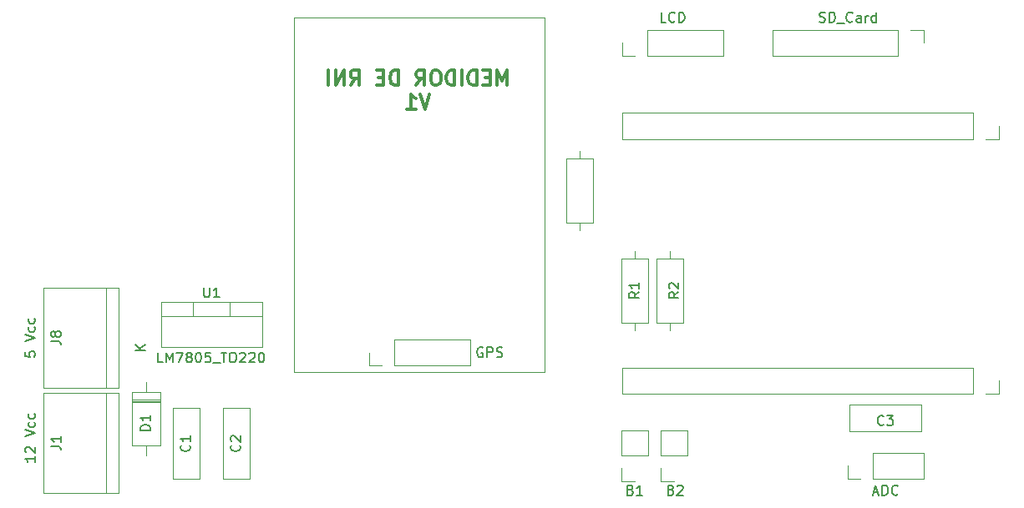
<source format=gbr>
%TF.GenerationSoftware,KiCad,Pcbnew,(6.0.5)*%
%TF.CreationDate,2024-06-19T12:06:20-03:00*%
%TF.ProjectId,PLACA_RNI_V1,504c4143-415f-4524-9e49-5f56312e6b69,rev?*%
%TF.SameCoordinates,Original*%
%TF.FileFunction,Legend,Top*%
%TF.FilePolarity,Positive*%
%FSLAX46Y46*%
G04 Gerber Fmt 4.6, Leading zero omitted, Abs format (unit mm)*
G04 Created by KiCad (PCBNEW (6.0.5)) date 2024-06-19 12:06:20*
%MOMM*%
%LPD*%
G01*
G04 APERTURE LIST*
%ADD10C,0.100000*%
%ADD11C,0.300000*%
%ADD12C,0.150000*%
%ADD13C,0.120000*%
G04 APERTURE END LIST*
D10*
X183900000Y-136325000D02*
X158500000Y-136325000D01*
X183900000Y-100325000D02*
X183900000Y-136325000D01*
X158500000Y-100325000D02*
X158500000Y-136325000D01*
X183900000Y-100325000D02*
X158500000Y-100325000D01*
D11*
X180045714Y-107171071D02*
X180045714Y-105671071D01*
X179545714Y-106742500D01*
X179045714Y-105671071D01*
X179045714Y-107171071D01*
X178331428Y-106385357D02*
X177831428Y-106385357D01*
X177617142Y-107171071D02*
X178331428Y-107171071D01*
X178331428Y-105671071D01*
X177617142Y-105671071D01*
X176974285Y-107171071D02*
X176974285Y-105671071D01*
X176617142Y-105671071D01*
X176402857Y-105742500D01*
X176260000Y-105885357D01*
X176188571Y-106028214D01*
X176117142Y-106313928D01*
X176117142Y-106528214D01*
X176188571Y-106813928D01*
X176260000Y-106956785D01*
X176402857Y-107099642D01*
X176617142Y-107171071D01*
X176974285Y-107171071D01*
X175474285Y-107171071D02*
X175474285Y-105671071D01*
X174760000Y-107171071D02*
X174760000Y-105671071D01*
X174402857Y-105671071D01*
X174188571Y-105742500D01*
X174045714Y-105885357D01*
X173974285Y-106028214D01*
X173902857Y-106313928D01*
X173902857Y-106528214D01*
X173974285Y-106813928D01*
X174045714Y-106956785D01*
X174188571Y-107099642D01*
X174402857Y-107171071D01*
X174760000Y-107171071D01*
X172974285Y-105671071D02*
X172688571Y-105671071D01*
X172545714Y-105742500D01*
X172402857Y-105885357D01*
X172331428Y-106171071D01*
X172331428Y-106671071D01*
X172402857Y-106956785D01*
X172545714Y-107099642D01*
X172688571Y-107171071D01*
X172974285Y-107171071D01*
X173117142Y-107099642D01*
X173260000Y-106956785D01*
X173331428Y-106671071D01*
X173331428Y-106171071D01*
X173260000Y-105885357D01*
X173117142Y-105742500D01*
X172974285Y-105671071D01*
X170831428Y-107171071D02*
X171331428Y-106456785D01*
X171688571Y-107171071D02*
X171688571Y-105671071D01*
X171117142Y-105671071D01*
X170974285Y-105742500D01*
X170902857Y-105813928D01*
X170831428Y-105956785D01*
X170831428Y-106171071D01*
X170902857Y-106313928D01*
X170974285Y-106385357D01*
X171117142Y-106456785D01*
X171688571Y-106456785D01*
X169045714Y-107171071D02*
X169045714Y-105671071D01*
X168688571Y-105671071D01*
X168474285Y-105742500D01*
X168331428Y-105885357D01*
X168260000Y-106028214D01*
X168188571Y-106313928D01*
X168188571Y-106528214D01*
X168260000Y-106813928D01*
X168331428Y-106956785D01*
X168474285Y-107099642D01*
X168688571Y-107171071D01*
X169045714Y-107171071D01*
X167545714Y-106385357D02*
X167045714Y-106385357D01*
X166831428Y-107171071D02*
X167545714Y-107171071D01*
X167545714Y-105671071D01*
X166831428Y-105671071D01*
X164188571Y-107171071D02*
X164688571Y-106456785D01*
X165045714Y-107171071D02*
X165045714Y-105671071D01*
X164474285Y-105671071D01*
X164331428Y-105742500D01*
X164260000Y-105813928D01*
X164188571Y-105956785D01*
X164188571Y-106171071D01*
X164260000Y-106313928D01*
X164331428Y-106385357D01*
X164474285Y-106456785D01*
X165045714Y-106456785D01*
X163545714Y-107171071D02*
X163545714Y-105671071D01*
X162688571Y-107171071D01*
X162688571Y-105671071D01*
X161974285Y-107171071D02*
X161974285Y-105671071D01*
X172224285Y-108086071D02*
X171724285Y-109586071D01*
X171224285Y-108086071D01*
X169938571Y-109586071D02*
X170795714Y-109586071D01*
X170367142Y-109586071D02*
X170367142Y-108086071D01*
X170510000Y-108300357D01*
X170652857Y-108443214D01*
X170795714Y-108514642D01*
D12*
%TO.C,J3*%
X177593714Y-133825000D02*
X177498476Y-133777380D01*
X177355619Y-133777380D01*
X177212761Y-133825000D01*
X177117523Y-133920238D01*
X177069904Y-134015476D01*
X177022285Y-134205952D01*
X177022285Y-134348809D01*
X177069904Y-134539285D01*
X177117523Y-134634523D01*
X177212761Y-134729761D01*
X177355619Y-134777380D01*
X177450857Y-134777380D01*
X177593714Y-134729761D01*
X177641333Y-134682142D01*
X177641333Y-134348809D01*
X177450857Y-134348809D01*
X178069904Y-134777380D02*
X178069904Y-133777380D01*
X178450857Y-133777380D01*
X178546095Y-133825000D01*
X178593714Y-133872619D01*
X178641333Y-133967857D01*
X178641333Y-134110714D01*
X178593714Y-134205952D01*
X178546095Y-134253571D01*
X178450857Y-134301190D01*
X178069904Y-134301190D01*
X179022285Y-134729761D02*
X179165142Y-134777380D01*
X179403238Y-134777380D01*
X179498476Y-134729761D01*
X179546095Y-134682142D01*
X179593714Y-134586904D01*
X179593714Y-134491666D01*
X179546095Y-134396428D01*
X179498476Y-134348809D01*
X179403238Y-134301190D01*
X179212761Y-134253571D01*
X179117523Y-134205952D01*
X179069904Y-134158333D01*
X179022285Y-134063095D01*
X179022285Y-133967857D01*
X179069904Y-133872619D01*
X179117523Y-133825000D01*
X179212761Y-133777380D01*
X179450857Y-133777380D01*
X179593714Y-133825000D01*
%TO.C,U1*%
X149336095Y-127700380D02*
X149336095Y-128509904D01*
X149383714Y-128605142D01*
X149431333Y-128652761D01*
X149526571Y-128700380D01*
X149717047Y-128700380D01*
X149812285Y-128652761D01*
X149859904Y-128605142D01*
X149907523Y-128509904D01*
X149907523Y-127700380D01*
X150907523Y-128700380D02*
X150336095Y-128700380D01*
X150621809Y-128700380D02*
X150621809Y-127700380D01*
X150526571Y-127843238D01*
X150431333Y-127938476D01*
X150336095Y-127986095D01*
X145171047Y-135304380D02*
X144694857Y-135304380D01*
X144694857Y-134304380D01*
X145504380Y-135304380D02*
X145504380Y-134304380D01*
X145837714Y-135018666D01*
X146171047Y-134304380D01*
X146171047Y-135304380D01*
X146552000Y-134304380D02*
X147218666Y-134304380D01*
X146790095Y-135304380D01*
X147742476Y-134732952D02*
X147647238Y-134685333D01*
X147599619Y-134637714D01*
X147552000Y-134542476D01*
X147552000Y-134494857D01*
X147599619Y-134399619D01*
X147647238Y-134352000D01*
X147742476Y-134304380D01*
X147932952Y-134304380D01*
X148028190Y-134352000D01*
X148075809Y-134399619D01*
X148123428Y-134494857D01*
X148123428Y-134542476D01*
X148075809Y-134637714D01*
X148028190Y-134685333D01*
X147932952Y-134732952D01*
X147742476Y-134732952D01*
X147647238Y-134780571D01*
X147599619Y-134828190D01*
X147552000Y-134923428D01*
X147552000Y-135113904D01*
X147599619Y-135209142D01*
X147647238Y-135256761D01*
X147742476Y-135304380D01*
X147932952Y-135304380D01*
X148028190Y-135256761D01*
X148075809Y-135209142D01*
X148123428Y-135113904D01*
X148123428Y-134923428D01*
X148075809Y-134828190D01*
X148028190Y-134780571D01*
X147932952Y-134732952D01*
X148742476Y-134304380D02*
X148837714Y-134304380D01*
X148932952Y-134352000D01*
X148980571Y-134399619D01*
X149028190Y-134494857D01*
X149075809Y-134685333D01*
X149075809Y-134923428D01*
X149028190Y-135113904D01*
X148980571Y-135209142D01*
X148932952Y-135256761D01*
X148837714Y-135304380D01*
X148742476Y-135304380D01*
X148647238Y-135256761D01*
X148599619Y-135209142D01*
X148552000Y-135113904D01*
X148504380Y-134923428D01*
X148504380Y-134685333D01*
X148552000Y-134494857D01*
X148599619Y-134399619D01*
X148647238Y-134352000D01*
X148742476Y-134304380D01*
X149980571Y-134304380D02*
X149504380Y-134304380D01*
X149456761Y-134780571D01*
X149504380Y-134732952D01*
X149599619Y-134685333D01*
X149837714Y-134685333D01*
X149932952Y-134732952D01*
X149980571Y-134780571D01*
X150028190Y-134875809D01*
X150028190Y-135113904D01*
X149980571Y-135209142D01*
X149932952Y-135256761D01*
X149837714Y-135304380D01*
X149599619Y-135304380D01*
X149504380Y-135256761D01*
X149456761Y-135209142D01*
X150218666Y-135399619D02*
X150980571Y-135399619D01*
X151075809Y-134304380D02*
X151647238Y-134304380D01*
X151361523Y-135304380D02*
X151361523Y-134304380D01*
X152171047Y-134304380D02*
X152361523Y-134304380D01*
X152456761Y-134352000D01*
X152552000Y-134447238D01*
X152599619Y-134637714D01*
X152599619Y-134971047D01*
X152552000Y-135161523D01*
X152456761Y-135256761D01*
X152361523Y-135304380D01*
X152171047Y-135304380D01*
X152075809Y-135256761D01*
X151980571Y-135161523D01*
X151932952Y-134971047D01*
X151932952Y-134637714D01*
X151980571Y-134447238D01*
X152075809Y-134352000D01*
X152171047Y-134304380D01*
X152980571Y-134399619D02*
X153028190Y-134352000D01*
X153123428Y-134304380D01*
X153361523Y-134304380D01*
X153456761Y-134352000D01*
X153504380Y-134399619D01*
X153552000Y-134494857D01*
X153552000Y-134590095D01*
X153504380Y-134732952D01*
X152932952Y-135304380D01*
X153552000Y-135304380D01*
X153932952Y-134399619D02*
X153980571Y-134352000D01*
X154075809Y-134304380D01*
X154313904Y-134304380D01*
X154409142Y-134352000D01*
X154456761Y-134399619D01*
X154504380Y-134494857D01*
X154504380Y-134590095D01*
X154456761Y-134732952D01*
X153885333Y-135304380D01*
X154504380Y-135304380D01*
X155123428Y-134304380D02*
X155218666Y-134304380D01*
X155313904Y-134352000D01*
X155361523Y-134399619D01*
X155409142Y-134494857D01*
X155456761Y-134685333D01*
X155456761Y-134923428D01*
X155409142Y-135113904D01*
X155361523Y-135209142D01*
X155313904Y-135256761D01*
X155218666Y-135304380D01*
X155123428Y-135304380D01*
X155028190Y-135256761D01*
X154980571Y-135209142D01*
X154932952Y-135113904D01*
X154885333Y-134923428D01*
X154885333Y-134685333D01*
X154932952Y-134494857D01*
X154980571Y-134399619D01*
X155028190Y-134352000D01*
X155123428Y-134304380D01*
%TO.C,B2*%
X196699238Y-148264571D02*
X196842095Y-148312190D01*
X196889714Y-148359809D01*
X196937333Y-148455047D01*
X196937333Y-148597904D01*
X196889714Y-148693142D01*
X196842095Y-148740761D01*
X196746857Y-148788380D01*
X196365904Y-148788380D01*
X196365904Y-147788380D01*
X196699238Y-147788380D01*
X196794476Y-147836000D01*
X196842095Y-147883619D01*
X196889714Y-147978857D01*
X196889714Y-148074095D01*
X196842095Y-148169333D01*
X196794476Y-148216952D01*
X196699238Y-148264571D01*
X196365904Y-148264571D01*
X197318285Y-147883619D02*
X197365904Y-147836000D01*
X197461142Y-147788380D01*
X197699238Y-147788380D01*
X197794476Y-147836000D01*
X197842095Y-147883619D01*
X197889714Y-147978857D01*
X197889714Y-148074095D01*
X197842095Y-148216952D01*
X197270666Y-148788380D01*
X197889714Y-148788380D01*
%TO.C,C3*%
X218233333Y-141595142D02*
X218185714Y-141642761D01*
X218042857Y-141690380D01*
X217947619Y-141690380D01*
X217804761Y-141642761D01*
X217709523Y-141547523D01*
X217661904Y-141452285D01*
X217614285Y-141261809D01*
X217614285Y-141118952D01*
X217661904Y-140928476D01*
X217709523Y-140833238D01*
X217804761Y-140738000D01*
X217947619Y-140690380D01*
X218042857Y-140690380D01*
X218185714Y-140738000D01*
X218233333Y-140785619D01*
X218566666Y-140690380D02*
X219185714Y-140690380D01*
X218852380Y-141071333D01*
X218995238Y-141071333D01*
X219090476Y-141118952D01*
X219138095Y-141166571D01*
X219185714Y-141261809D01*
X219185714Y-141499904D01*
X219138095Y-141595142D01*
X219090476Y-141642761D01*
X218995238Y-141690380D01*
X218709523Y-141690380D01*
X218614285Y-141642761D01*
X218566666Y-141595142D01*
%TO.C,J2*%
X211749047Y-100734761D02*
X211891904Y-100782380D01*
X212130000Y-100782380D01*
X212225238Y-100734761D01*
X212272857Y-100687142D01*
X212320476Y-100591904D01*
X212320476Y-100496666D01*
X212272857Y-100401428D01*
X212225238Y-100353809D01*
X212130000Y-100306190D01*
X211939523Y-100258571D01*
X211844285Y-100210952D01*
X211796666Y-100163333D01*
X211749047Y-100068095D01*
X211749047Y-99972857D01*
X211796666Y-99877619D01*
X211844285Y-99830000D01*
X211939523Y-99782380D01*
X212177619Y-99782380D01*
X212320476Y-99830000D01*
X212749047Y-100782380D02*
X212749047Y-99782380D01*
X212987142Y-99782380D01*
X213130000Y-99830000D01*
X213225238Y-99925238D01*
X213272857Y-100020476D01*
X213320476Y-100210952D01*
X213320476Y-100353809D01*
X213272857Y-100544285D01*
X213225238Y-100639523D01*
X213130000Y-100734761D01*
X212987142Y-100782380D01*
X212749047Y-100782380D01*
X213510952Y-100877619D02*
X214272857Y-100877619D01*
X215082380Y-100687142D02*
X215034761Y-100734761D01*
X214891904Y-100782380D01*
X214796666Y-100782380D01*
X214653809Y-100734761D01*
X214558571Y-100639523D01*
X214510952Y-100544285D01*
X214463333Y-100353809D01*
X214463333Y-100210952D01*
X214510952Y-100020476D01*
X214558571Y-99925238D01*
X214653809Y-99830000D01*
X214796666Y-99782380D01*
X214891904Y-99782380D01*
X215034761Y-99830000D01*
X215082380Y-99877619D01*
X215939523Y-100782380D02*
X215939523Y-100258571D01*
X215891904Y-100163333D01*
X215796666Y-100115714D01*
X215606190Y-100115714D01*
X215510952Y-100163333D01*
X215939523Y-100734761D02*
X215844285Y-100782380D01*
X215606190Y-100782380D01*
X215510952Y-100734761D01*
X215463333Y-100639523D01*
X215463333Y-100544285D01*
X215510952Y-100449047D01*
X215606190Y-100401428D01*
X215844285Y-100401428D01*
X215939523Y-100353809D01*
X216415714Y-100782380D02*
X216415714Y-100115714D01*
X216415714Y-100306190D02*
X216463333Y-100210952D01*
X216510952Y-100163333D01*
X216606190Y-100115714D01*
X216701428Y-100115714D01*
X217463333Y-100782380D02*
X217463333Y-99782380D01*
X217463333Y-100734761D02*
X217368095Y-100782380D01*
X217177619Y-100782380D01*
X217082380Y-100734761D01*
X217034761Y-100687142D01*
X216987142Y-100591904D01*
X216987142Y-100306190D01*
X217034761Y-100210952D01*
X217082380Y-100163333D01*
X217177619Y-100115714D01*
X217368095Y-100115714D01*
X217463333Y-100163333D01*
%TO.C,J4*%
X196159523Y-100782380D02*
X195683333Y-100782380D01*
X195683333Y-99782380D01*
X197064285Y-100687142D02*
X197016666Y-100734761D01*
X196873809Y-100782380D01*
X196778571Y-100782380D01*
X196635714Y-100734761D01*
X196540476Y-100639523D01*
X196492857Y-100544285D01*
X196445238Y-100353809D01*
X196445238Y-100210952D01*
X196492857Y-100020476D01*
X196540476Y-99925238D01*
X196635714Y-99830000D01*
X196778571Y-99782380D01*
X196873809Y-99782380D01*
X197016666Y-99830000D01*
X197064285Y-99877619D01*
X197492857Y-100782380D02*
X197492857Y-99782380D01*
X197730952Y-99782380D01*
X197873809Y-99830000D01*
X197969047Y-99925238D01*
X198016666Y-100020476D01*
X198064285Y-100210952D01*
X198064285Y-100353809D01*
X198016666Y-100544285D01*
X197969047Y-100639523D01*
X197873809Y-100734761D01*
X197730952Y-100782380D01*
X197492857Y-100782380D01*
%TO.C,J5*%
X217201904Y-148502666D02*
X217678095Y-148502666D01*
X217106666Y-148788380D02*
X217440000Y-147788380D01*
X217773333Y-148788380D01*
X218106666Y-148788380D02*
X218106666Y-147788380D01*
X218344761Y-147788380D01*
X218487619Y-147836000D01*
X218582857Y-147931238D01*
X218630476Y-148026476D01*
X218678095Y-148216952D01*
X218678095Y-148359809D01*
X218630476Y-148550285D01*
X218582857Y-148645523D01*
X218487619Y-148740761D01*
X218344761Y-148788380D01*
X218106666Y-148788380D01*
X219678095Y-148693142D02*
X219630476Y-148740761D01*
X219487619Y-148788380D01*
X219392380Y-148788380D01*
X219249523Y-148740761D01*
X219154285Y-148645523D01*
X219106666Y-148550285D01*
X219059047Y-148359809D01*
X219059047Y-148216952D01*
X219106666Y-148026476D01*
X219154285Y-147931238D01*
X219249523Y-147836000D01*
X219392380Y-147788380D01*
X219487619Y-147788380D01*
X219630476Y-147836000D01*
X219678095Y-147883619D01*
%TO.C,D1*%
X143900380Y-142194095D02*
X142900380Y-142194095D01*
X142900380Y-141956000D01*
X142948000Y-141813142D01*
X143043238Y-141717904D01*
X143138476Y-141670285D01*
X143328952Y-141622666D01*
X143471809Y-141622666D01*
X143662285Y-141670285D01*
X143757523Y-141717904D01*
X143852761Y-141813142D01*
X143900380Y-141956000D01*
X143900380Y-142194095D01*
X143900380Y-140670285D02*
X143900380Y-141241714D01*
X143900380Y-140956000D02*
X142900380Y-140956000D01*
X143043238Y-141051238D01*
X143138476Y-141146476D01*
X143186095Y-141241714D01*
X143392380Y-134097904D02*
X142392380Y-134097904D01*
X143392380Y-133526476D02*
X142820952Y-133955047D01*
X142392380Y-133526476D02*
X142963809Y-134097904D01*
%TO.C,R2*%
X197452380Y-128182666D02*
X196976190Y-128516000D01*
X197452380Y-128754095D02*
X196452380Y-128754095D01*
X196452380Y-128373142D01*
X196500000Y-128277904D01*
X196547619Y-128230285D01*
X196642857Y-128182666D01*
X196785714Y-128182666D01*
X196880952Y-128230285D01*
X196928571Y-128277904D01*
X196976190Y-128373142D01*
X196976190Y-128754095D01*
X196547619Y-127801714D02*
X196500000Y-127754095D01*
X196452380Y-127658857D01*
X196452380Y-127420761D01*
X196500000Y-127325523D01*
X196547619Y-127277904D01*
X196642857Y-127230285D01*
X196738095Y-127230285D01*
X196880952Y-127277904D01*
X197452380Y-127849333D01*
X197452380Y-127230285D01*
%TO.C,R1*%
X193452380Y-128182666D02*
X192976190Y-128516000D01*
X193452380Y-128754095D02*
X192452380Y-128754095D01*
X192452380Y-128373142D01*
X192500000Y-128277904D01*
X192547619Y-128230285D01*
X192642857Y-128182666D01*
X192785714Y-128182666D01*
X192880952Y-128230285D01*
X192928571Y-128277904D01*
X192976190Y-128373142D01*
X192976190Y-128754095D01*
X193452380Y-127230285D02*
X193452380Y-127801714D01*
X193452380Y-127516000D02*
X192452380Y-127516000D01*
X192595238Y-127611238D01*
X192690476Y-127706476D01*
X192738095Y-127801714D01*
%TO.C,J8*%
X133848380Y-133153333D02*
X134562666Y-133153333D01*
X134705523Y-133200952D01*
X134800761Y-133296190D01*
X134848380Y-133439047D01*
X134848380Y-133534285D01*
X134276952Y-132534285D02*
X134229333Y-132629523D01*
X134181714Y-132677142D01*
X134086476Y-132724761D01*
X134038857Y-132724761D01*
X133943619Y-132677142D01*
X133896000Y-132629523D01*
X133848380Y-132534285D01*
X133848380Y-132343809D01*
X133896000Y-132248571D01*
X133943619Y-132200952D01*
X134038857Y-132153333D01*
X134086476Y-132153333D01*
X134181714Y-132200952D01*
X134229333Y-132248571D01*
X134276952Y-132343809D01*
X134276952Y-132534285D01*
X134324571Y-132629523D01*
X134372190Y-132677142D01*
X134467428Y-132724761D01*
X134657904Y-132724761D01*
X134753142Y-132677142D01*
X134800761Y-132629523D01*
X134848380Y-132534285D01*
X134848380Y-132343809D01*
X134800761Y-132248571D01*
X134753142Y-132200952D01*
X134657904Y-132153333D01*
X134467428Y-132153333D01*
X134372190Y-132200952D01*
X134324571Y-132248571D01*
X134276952Y-132343809D01*
X131216380Y-134248571D02*
X131216380Y-134724761D01*
X131692571Y-134772380D01*
X131644952Y-134724761D01*
X131597333Y-134629523D01*
X131597333Y-134391428D01*
X131644952Y-134296190D01*
X131692571Y-134248571D01*
X131787809Y-134200952D01*
X132025904Y-134200952D01*
X132121142Y-134248571D01*
X132168761Y-134296190D01*
X132216380Y-134391428D01*
X132216380Y-134629523D01*
X132168761Y-134724761D01*
X132121142Y-134772380D01*
X131216380Y-133153333D02*
X132216380Y-132820000D01*
X131216380Y-132486666D01*
X132168761Y-131724761D02*
X132216380Y-131820000D01*
X132216380Y-132010476D01*
X132168761Y-132105714D01*
X132121142Y-132153333D01*
X132025904Y-132200952D01*
X131740190Y-132200952D01*
X131644952Y-132153333D01*
X131597333Y-132105714D01*
X131549714Y-132010476D01*
X131549714Y-131820000D01*
X131597333Y-131724761D01*
X132168761Y-130867619D02*
X132216380Y-130962857D01*
X132216380Y-131153333D01*
X132168761Y-131248571D01*
X132121142Y-131296190D01*
X132025904Y-131343809D01*
X131740190Y-131343809D01*
X131644952Y-131296190D01*
X131597333Y-131248571D01*
X131549714Y-131153333D01*
X131549714Y-130962857D01*
X131597333Y-130867619D01*
%TO.C,C2*%
X152949142Y-143710666D02*
X152996761Y-143758285D01*
X153044380Y-143901142D01*
X153044380Y-143996380D01*
X152996761Y-144139238D01*
X152901523Y-144234476D01*
X152806285Y-144282095D01*
X152615809Y-144329714D01*
X152472952Y-144329714D01*
X152282476Y-144282095D01*
X152187238Y-144234476D01*
X152092000Y-144139238D01*
X152044380Y-143996380D01*
X152044380Y-143901142D01*
X152092000Y-143758285D01*
X152139619Y-143710666D01*
X152139619Y-143329714D02*
X152092000Y-143282095D01*
X152044380Y-143186857D01*
X152044380Y-142948761D01*
X152092000Y-142853523D01*
X152139619Y-142805904D01*
X152234857Y-142758285D01*
X152330095Y-142758285D01*
X152472952Y-142805904D01*
X153044380Y-143377333D01*
X153044380Y-142758285D01*
%TO.C,J1*%
X133848380Y-143821333D02*
X134562666Y-143821333D01*
X134705523Y-143868952D01*
X134800761Y-143964190D01*
X134848380Y-144107047D01*
X134848380Y-144202285D01*
X134848380Y-142821333D02*
X134848380Y-143392761D01*
X134848380Y-143107047D02*
X133848380Y-143107047D01*
X133991238Y-143202285D01*
X134086476Y-143297523D01*
X134134095Y-143392761D01*
X132216380Y-144837142D02*
X132216380Y-145408571D01*
X132216380Y-145122857D02*
X131216380Y-145122857D01*
X131359238Y-145218095D01*
X131454476Y-145313333D01*
X131502095Y-145408571D01*
X131311619Y-144456190D02*
X131264000Y-144408571D01*
X131216380Y-144313333D01*
X131216380Y-144075238D01*
X131264000Y-143980000D01*
X131311619Y-143932380D01*
X131406857Y-143884761D01*
X131502095Y-143884761D01*
X131644952Y-143932380D01*
X132216380Y-144503809D01*
X132216380Y-143884761D01*
X131216380Y-142837142D02*
X132216380Y-142503809D01*
X131216380Y-142170476D01*
X132168761Y-141408571D02*
X132216380Y-141503809D01*
X132216380Y-141694285D01*
X132168761Y-141789523D01*
X132121142Y-141837142D01*
X132025904Y-141884761D01*
X131740190Y-141884761D01*
X131644952Y-141837142D01*
X131597333Y-141789523D01*
X131549714Y-141694285D01*
X131549714Y-141503809D01*
X131597333Y-141408571D01*
X132168761Y-140551428D02*
X132216380Y-140646666D01*
X132216380Y-140837142D01*
X132168761Y-140932380D01*
X132121142Y-140980000D01*
X132025904Y-141027619D01*
X131740190Y-141027619D01*
X131644952Y-140980000D01*
X131597333Y-140932380D01*
X131549714Y-140837142D01*
X131549714Y-140646666D01*
X131597333Y-140551428D01*
%TO.C,C1*%
X147869142Y-143710666D02*
X147916761Y-143758285D01*
X147964380Y-143901142D01*
X147964380Y-143996380D01*
X147916761Y-144139238D01*
X147821523Y-144234476D01*
X147726285Y-144282095D01*
X147535809Y-144329714D01*
X147392952Y-144329714D01*
X147202476Y-144282095D01*
X147107238Y-144234476D01*
X147012000Y-144139238D01*
X146964380Y-143996380D01*
X146964380Y-143901142D01*
X147012000Y-143758285D01*
X147059619Y-143710666D01*
X147964380Y-142758285D02*
X147964380Y-143329714D01*
X147964380Y-143044000D02*
X146964380Y-143044000D01*
X147107238Y-143139238D01*
X147202476Y-143234476D01*
X147250095Y-143329714D01*
%TO.C,B1*%
X192595238Y-148264571D02*
X192738095Y-148312190D01*
X192785714Y-148359809D01*
X192833333Y-148455047D01*
X192833333Y-148597904D01*
X192785714Y-148693142D01*
X192738095Y-148740761D01*
X192642857Y-148788380D01*
X192261904Y-148788380D01*
X192261904Y-147788380D01*
X192595238Y-147788380D01*
X192690476Y-147836000D01*
X192738095Y-147883619D01*
X192785714Y-147978857D01*
X192785714Y-148074095D01*
X192738095Y-148169333D01*
X192690476Y-148216952D01*
X192595238Y-148264571D01*
X192261904Y-148264571D01*
X193785714Y-148788380D02*
X193214285Y-148788380D01*
X193500000Y-148788380D02*
X193500000Y-147788380D01*
X193404761Y-147931238D01*
X193309523Y-148026476D01*
X193214285Y-148074095D01*
D13*
%TO.C,J3*%
X168670000Y-135655000D02*
X176350000Y-135655000D01*
X176350000Y-135655000D02*
X176350000Y-132995000D01*
X168670000Y-132995000D02*
X176350000Y-132995000D01*
X168670000Y-135655000D02*
X168670000Y-132995000D01*
X167400000Y-135655000D02*
X166070000Y-135655000D01*
X166070000Y-135655000D02*
X166070000Y-134325000D01*
%TO.C,U1*%
X155218000Y-129138000D02*
X155218000Y-133779000D01*
X148248000Y-129138000D02*
X148248000Y-130648000D01*
X144978000Y-130648000D02*
X155218000Y-130648000D01*
X144978000Y-129138000D02*
X155218000Y-129138000D01*
X144978000Y-133779000D02*
X155218000Y-133779000D01*
X151949000Y-129138000D02*
X151949000Y-130648000D01*
X144978000Y-129138000D02*
X144978000Y-133779000D01*
%TO.C,B2*%
X197000000Y-147380000D02*
X195670000Y-147380000D01*
X195670000Y-147380000D02*
X195670000Y-146050000D01*
X198330000Y-144780000D02*
X195670000Y-144780000D01*
X198330000Y-142180000D02*
X195670000Y-142180000D01*
X198330000Y-144780000D02*
X198330000Y-142180000D01*
X195670000Y-144780000D02*
X195670000Y-142180000D01*
%TO.C,C3*%
X222020000Y-139600000D02*
X222020000Y-142340000D01*
X214780000Y-139600000D02*
X214780000Y-142340000D01*
X214780000Y-142340000D02*
X222020000Y-142340000D01*
X214780000Y-139600000D02*
X222020000Y-139600000D01*
%TO.C,R3*%
X187452000Y-113816000D02*
X187452000Y-114586000D01*
X188822000Y-114586000D02*
X186082000Y-114586000D01*
X186082000Y-121126000D02*
X188822000Y-121126000D01*
X186082000Y-114586000D02*
X186082000Y-121126000D01*
X188822000Y-121126000D02*
X188822000Y-114586000D01*
X187452000Y-121896000D02*
X187452000Y-121126000D01*
%TO.C,J2*%
X206950000Y-101540000D02*
X206950000Y-104200000D01*
X219710000Y-104200000D02*
X206950000Y-104200000D01*
X220980000Y-101540000D02*
X222310000Y-101540000D01*
X222310000Y-101540000D02*
X222310000Y-102870000D01*
X219710000Y-101540000D02*
X219710000Y-104200000D01*
X219710000Y-101540000D02*
X206950000Y-101540000D01*
%TO.C,J7*%
X227330000Y-109970000D02*
X191710000Y-109970000D01*
X229930000Y-111300000D02*
X229930000Y-112630000D01*
X227330000Y-112630000D02*
X191710000Y-112630000D01*
X229930000Y-112630000D02*
X228600000Y-112630000D01*
X191710000Y-109970000D02*
X191710000Y-112630000D01*
X227330000Y-109970000D02*
X227330000Y-112630000D01*
%TO.C,J4*%
X194310000Y-101540000D02*
X201990000Y-101540000D01*
X193040000Y-104200000D02*
X191710000Y-104200000D01*
X194310000Y-104200000D02*
X194310000Y-101540000D01*
X191710000Y-104200000D02*
X191710000Y-102870000D01*
X201990000Y-104200000D02*
X201990000Y-101540000D01*
X194310000Y-104200000D02*
X201990000Y-104200000D01*
%TO.C,J6*%
X229930000Y-138490000D02*
X228600000Y-138490000D01*
X191710000Y-135830000D02*
X191710000Y-138490000D01*
X229930000Y-137160000D02*
X229930000Y-138490000D01*
X227330000Y-135830000D02*
X191710000Y-135830000D01*
X227330000Y-138490000D02*
X191710000Y-138490000D01*
X227330000Y-135830000D02*
X227330000Y-138490000D01*
%TO.C,J5*%
X217170000Y-144466000D02*
X222310000Y-144466000D01*
X217170000Y-147126000D02*
X217170000Y-144466000D01*
X222310000Y-147126000D02*
X222310000Y-144466000D01*
X217170000Y-147126000D02*
X222310000Y-147126000D01*
X215900000Y-147126000D02*
X214570000Y-147126000D01*
X214570000Y-147126000D02*
X214570000Y-145796000D01*
%TO.C,D1*%
X143494000Y-137304000D02*
X143494000Y-138324000D01*
X144964000Y-138324000D02*
X142024000Y-138324000D01*
X142024000Y-138324000D02*
X142024000Y-143764000D01*
X143494000Y-144784000D02*
X143494000Y-143764000D01*
X144964000Y-139224000D02*
X142024000Y-139224000D01*
X142024000Y-143764000D02*
X144964000Y-143764000D01*
X144964000Y-139104000D02*
X142024000Y-139104000D01*
X144964000Y-143764000D02*
X144964000Y-138324000D01*
X144964000Y-139344000D02*
X142024000Y-139344000D01*
%TO.C,R2*%
X195226000Y-131286000D02*
X197966000Y-131286000D01*
X197966000Y-124746000D02*
X195226000Y-124746000D01*
X196596000Y-123976000D02*
X196596000Y-124746000D01*
X197966000Y-131286000D02*
X197966000Y-124746000D01*
X196596000Y-132056000D02*
X196596000Y-131286000D01*
X195226000Y-124746000D02*
X195226000Y-131286000D01*
%TO.C,R1*%
X194410000Y-131286000D02*
X194410000Y-124746000D01*
X191670000Y-124746000D02*
X191670000Y-131286000D01*
X193040000Y-132056000D02*
X193040000Y-131286000D01*
X194410000Y-124746000D02*
X191670000Y-124746000D01*
X191670000Y-131286000D02*
X194410000Y-131286000D01*
X193040000Y-123976000D02*
X193040000Y-124746000D01*
%TO.C,J8*%
X133080000Y-137900000D02*
X140700000Y-137900000D01*
X140700000Y-127740000D02*
X133080000Y-127740000D01*
X133080000Y-127740000D02*
X133080000Y-137900000D01*
X140700000Y-137900000D02*
X140700000Y-127740000D01*
X139430000Y-127740000D02*
X139430000Y-137900000D01*
%TO.C,C2*%
X154008000Y-139924000D02*
X154008000Y-147164000D01*
X151268000Y-139924000D02*
X151268000Y-147164000D01*
X154008000Y-139924000D02*
X151268000Y-139924000D01*
X154008000Y-147164000D02*
X151268000Y-147164000D01*
%TO.C,J1*%
X133080000Y-138408000D02*
X133080000Y-148568000D01*
X139430000Y-138408000D02*
X139430000Y-148568000D01*
X133080000Y-148568000D02*
X140700000Y-148568000D01*
X140700000Y-148568000D02*
X140700000Y-138408000D01*
X140700000Y-138408000D02*
X133080000Y-138408000D01*
%TO.C,C1*%
X148928000Y-147164000D02*
X146188000Y-147164000D01*
X148928000Y-139924000D02*
X148928000Y-147164000D01*
X146188000Y-139924000D02*
X146188000Y-147164000D01*
X148928000Y-139924000D02*
X146188000Y-139924000D01*
%TO.C,B1*%
X191670000Y-147380000D02*
X191670000Y-146050000D01*
X194330000Y-144780000D02*
X191670000Y-144780000D01*
X191670000Y-144780000D02*
X191670000Y-142180000D01*
X194330000Y-142180000D02*
X191670000Y-142180000D01*
X194330000Y-144780000D02*
X194330000Y-142180000D01*
X193000000Y-147380000D02*
X191670000Y-147380000D01*
%TD*%
M02*

</source>
